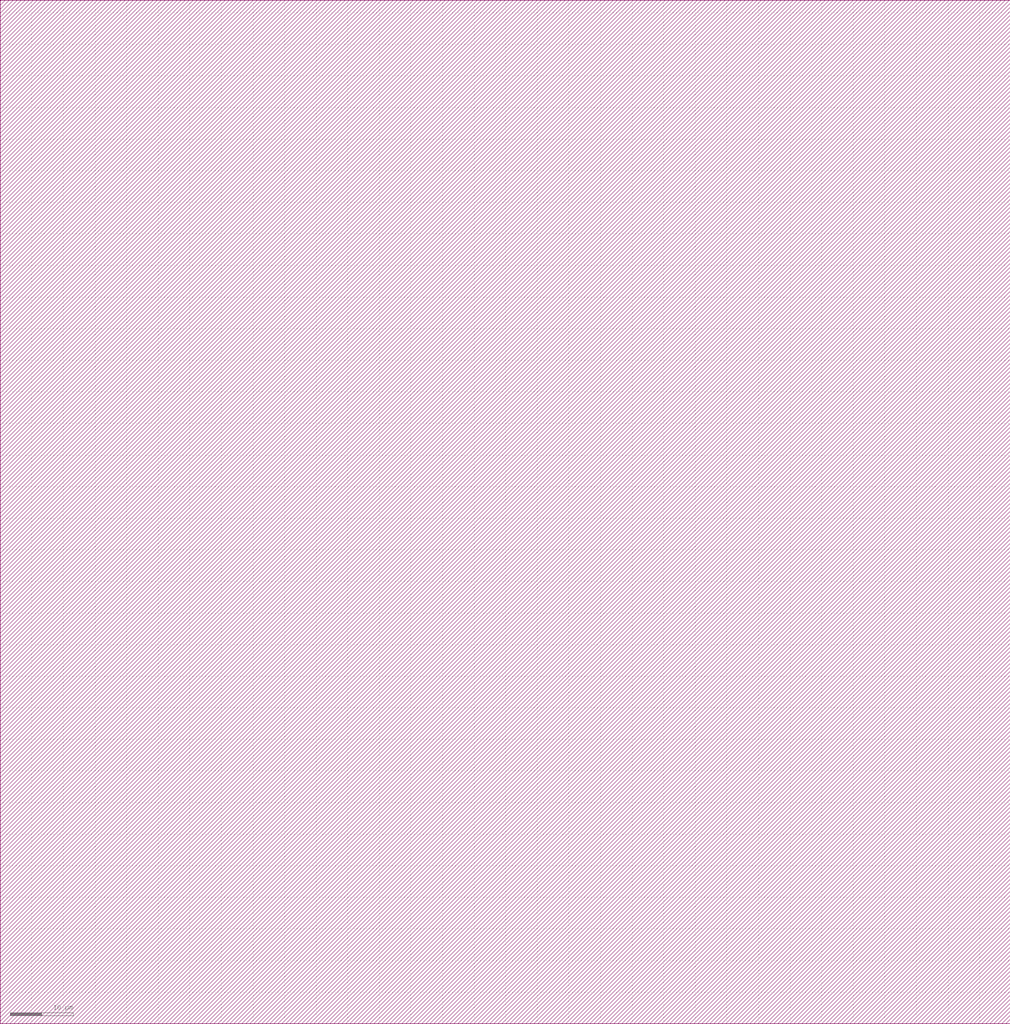
<source format=lef>
VERSION 5.6 ;

BUSBITCHARS "[]" ;

DIVIDERCHAR "/" ;

UNITS
    DATABASE MICRONS 1000 ;
END UNITS

MANUFACTURINGGRID 0.005000 ; 

CLEARANCEMEASURE EUCLIDEAN ; 

USEMINSPACING OBS ON ; 

SITE CoreSite
    CLASS CORE ;
    SIZE 0.540000 BY 0.900000 ;
END CoreSite

LAYER m1
   TYPE ROUTING ;
   DIRECTION VERTICAL ;
   MINWIDTH 0.270000 ;
   WIDTH 0.270000 ;
   SPACINGTABLE
      PARALLELRUNLENGTH 0.0
      WIDTH 0.0 0.270000 ;
   PITCH 0.540000 0.540000 ;
END m1

LAYER v1
    TYPE CUT ;
    SPACING 0.270000 ;
    WIDTH 0.270000 ;
    ENCLOSURE ABOVE 0.090000 0.090000 ;
    ENCLOSURE BELOW 0.090000 0.090000 ;
END v1

LAYER m2
   TYPE ROUTING ;
   DIRECTION HORIZONTAL ;
   MINWIDTH 0.450000 ;
   WIDTH 0.450000 ;
   SPACINGTABLE
      PARALLELRUNLENGTH 0.0
      WIDTH 0.0 0.450000 ;
   PITCH 0.900000 0.900000 ;
END m2

LAYER v2
    TYPE CUT ;
    SPACING 0.270000 ;
    WIDTH 0.270000 ;
    ENCLOSURE ABOVE 0.090000 0.090000 ;
    ENCLOSURE BELOW 0.090000 0.090000 ;
END v2

LAYER m3
   TYPE ROUTING ;
   DIRECTION VERTICAL ;
   MINWIDTH 0.450000 ;
   WIDTH 0.450000 ;
   SPACINGTABLE
      PARALLELRUNLENGTH 0.0
      WIDTH 0.0 0.450000 ;
   PITCH 0.900000 0.900000 ;
END m3

LAYER v3
    TYPE CUT ;
    SPACING 0.270000 ;
    WIDTH 0.270000 ;
    ENCLOSURE ABOVE 0.090000 0.090000 ;
    ENCLOSURE BELOW 0.090000 0.090000 ;
END v3

LAYER m4
   TYPE ROUTING ;
   DIRECTION HORIZONTAL ;
   MINWIDTH 0.450000 ;
   WIDTH 0.450000 ;
   SPACINGTABLE
      PARALLELRUNLENGTH 0.0
      WIDTH 0.0 0.450000 ;
   PITCH 0.900000 0.900000 ;
END m4

LAYER v4
    TYPE CUT ;
    SPACING 0.270000 ;
    WIDTH 0.270000 ;
    ENCLOSURE ABOVE 0.090000 0.090000 ;
    ENCLOSURE BELOW 0.090000 0.090000 ;
END v4

LAYER m5
   TYPE ROUTING ;
   DIRECTION VERTICAL ;
   MINWIDTH 0.450000 ;
   WIDTH 0.450000 ;
   SPACINGTABLE
      PARALLELRUNLENGTH 0.0
      WIDTH 0.0 0.450000 ;
   PITCH 0.900000 0.900000 ;
END m5

LAYER v5
    TYPE CUT ;
    SPACING 0.270000 ;
    WIDTH 0.270000 ;
    ENCLOSURE ABOVE 0.090000 0.090000 ;
    ENCLOSURE BELOW 0.090000 0.090000 ;
END v5

LAYER m6
   TYPE ROUTING ;
   DIRECTION HORIZONTAL ;
   MINWIDTH 0.450000 ;
   WIDTH 0.450000 ;
   SPACINGTABLE
      PARALLELRUNLENGTH 0.0
      WIDTH 0.0 0.450000 ;
   PITCH 0.900000 0.900000 ;
END m6

LAYER OVERLAP
   TYPE OVERLAP ;
END OVERLAP

VIA v1_C DEFAULT
   LAYER m1 ;
     RECT -0.225000 -0.225000 0.225000 0.225000 ;
   LAYER v1 ;
     RECT -0.135000 -0.135000 0.135000 0.135000 ;
   LAYER m2 ;
     RECT -0.225000 -0.225000 0.225000 0.225000 ;
END v1_C

VIA v1_Ch
   LAYER m1 ;
     RECT -0.225000 -0.225000 0.225000 0.225000 ;
   LAYER v1 ;
     RECT -0.135000 -0.135000 0.135000 0.135000 ;
   LAYER m2 ;
     RECT -0.225000 -0.225000 0.225000 0.225000 ;
END v1_Ch

VIA v1_Cv
   LAYER m1 ;
     RECT -0.225000 -0.225000 0.225000 0.225000 ;
   LAYER v1 ;
     RECT -0.135000 -0.135000 0.135000 0.135000 ;
   LAYER m2 ;
     RECT -0.225000 -0.225000 0.225000 0.225000 ;
END v1_Cv

VIA v2_C DEFAULT
   LAYER m2 ;
     RECT -0.225000 -0.225000 0.225000 0.225000 ;
   LAYER v2 ;
     RECT -0.135000 -0.135000 0.135000 0.135000 ;
   LAYER m3 ;
     RECT -0.225000 -0.225000 0.225000 0.225000 ;
END v2_C

VIA v2_Ch
   LAYER m2 ;
     RECT -0.225000 -0.225000 0.225000 0.225000 ;
   LAYER v2 ;
     RECT -0.135000 -0.135000 0.135000 0.135000 ;
   LAYER m3 ;
     RECT -0.225000 -0.225000 0.225000 0.225000 ;
END v2_Ch

VIA v2_Cv
   LAYER m2 ;
     RECT -0.225000 -0.225000 0.225000 0.225000 ;
   LAYER v2 ;
     RECT -0.135000 -0.135000 0.135000 0.135000 ;
   LAYER m3 ;
     RECT -0.225000 -0.225000 0.225000 0.225000 ;
END v2_Cv

VIA v3_C DEFAULT
   LAYER m3 ;
     RECT -0.225000 -0.225000 0.225000 0.225000 ;
   LAYER v3 ;
     RECT -0.135000 -0.135000 0.135000 0.135000 ;
   LAYER m4 ;
     RECT -0.225000 -0.225000 0.225000 0.225000 ;
END v3_C

VIA v3_Ch
   LAYER m3 ;
     RECT -0.225000 -0.225000 0.225000 0.225000 ;
   LAYER v3 ;
     RECT -0.135000 -0.135000 0.135000 0.135000 ;
   LAYER m4 ;
     RECT -0.225000 -0.225000 0.225000 0.225000 ;
END v3_Ch

VIA v3_Cv
   LAYER m3 ;
     RECT -0.225000 -0.225000 0.225000 0.225000 ;
   LAYER v3 ;
     RECT -0.135000 -0.135000 0.135000 0.135000 ;
   LAYER m4 ;
     RECT -0.225000 -0.225000 0.225000 0.225000 ;
END v3_Cv

VIA v4_C DEFAULT
   LAYER m4 ;
     RECT -0.225000 -0.225000 0.225000 0.225000 ;
   LAYER v4 ;
     RECT -0.135000 -0.135000 0.135000 0.135000 ;
   LAYER m5 ;
     RECT -0.225000 -0.225000 0.225000 0.225000 ;
END v4_C

VIA v4_Ch
   LAYER m4 ;
     RECT -0.225000 -0.225000 0.225000 0.225000 ;
   LAYER v4 ;
     RECT -0.135000 -0.135000 0.135000 0.135000 ;
   LAYER m5 ;
     RECT -0.225000 -0.225000 0.225000 0.225000 ;
END v4_Ch

VIA v4_Cv
   LAYER m4 ;
     RECT -0.225000 -0.225000 0.225000 0.225000 ;
   LAYER v4 ;
     RECT -0.135000 -0.135000 0.135000 0.135000 ;
   LAYER m5 ;
     RECT -0.225000 -0.225000 0.225000 0.225000 ;
END v4_Cv

VIA v5_C DEFAULT
   LAYER m5 ;
     RECT -0.225000 -0.225000 0.225000 0.225000 ;
   LAYER v5 ;
     RECT -0.135000 -0.135000 0.135000 0.135000 ;
   LAYER m6 ;
     RECT -0.225000 -0.225000 0.225000 0.225000 ;
END v5_C

VIA v5_Ch
   LAYER m5 ;
     RECT -0.225000 -0.225000 0.225000 0.225000 ;
   LAYER v5 ;
     RECT -0.135000 -0.135000 0.135000 0.135000 ;
   LAYER m6 ;
     RECT -0.225000 -0.225000 0.225000 0.225000 ;
END v5_Ch

VIA v5_Cv
   LAYER m5 ;
     RECT -0.225000 -0.225000 0.225000 0.225000 ;
   LAYER v5 ;
     RECT -0.135000 -0.135000 0.135000 0.135000 ;
   LAYER m6 ;
     RECT -0.225000 -0.225000 0.225000 0.225000 ;
END v5_Cv

MACRO _0_0std_0_0cells_0_0TIELOX1
    CLASS CORE ;
    FOREIGN _0_0std_0_0cells_0_0TIELOX1 0.000000 0.000000 ;
    ORIGIN 0.000000 0.000000 ;
    SIZE 2.700000 BY 4.500000 ;
    SYMMETRY X Y ;
    SITE CoreSite ;
    PIN Y
        DIRECTION OUTPUT ;
        USE SIGNAL ;
        PORT
        LAYER m1 ;
        RECT 1.440000 0.990000 1.800000 1.080000 ;
        RECT 1.440000 0.720000 2.430000 0.810000 ;
        RECT 2.160000 0.540000 2.430000 0.720000 ;
        RECT 1.440000 0.810000 1.530000 0.990000 ;
        RECT 1.530000 0.810000 1.710000 0.990000 ;
        RECT 1.710000 0.810000 2.430000 0.990000 ;
        END
        ANTENNADIFFAREA 0.178200 ;
    END Y
    PIN Vdd
        DIRECTION INPUT ;
        USE POWER ;
        PORT
        LAYER m1 ;
        RECT 0.540000 2.880000 0.810000 3.600000 ;
        RECT 0.540000 2.790000 0.900000 2.880000 ;
        RECT 0.540000 2.610000 0.630000 2.790000 ;
        RECT 0.540000 2.520000 0.900000 2.610000 ;
        RECT 0.630000 2.610000 0.810000 2.790000 ;
        RECT 0.810000 2.610000 0.900000 2.790000 ;
        END
        ANTENNADIFFAREA 0.178200 ;
    END Vdd
    PIN GND
        DIRECTION INPUT ;
        USE GROUND ;
        PORT
        LAYER m1 ;
        RECT 0.540000 1.800000 2.340000 2.070000 ;
        RECT 0.540000 1.080000 0.810000 1.800000 ;
        RECT 0.540000 0.990000 0.900000 1.080000 ;
        RECT 0.540000 0.810000 0.630000 0.990000 ;
        RECT 0.540000 0.720000 0.900000 0.810000 ;
        RECT 0.630000 0.810000 0.810000 0.990000 ;
        RECT 0.810000 0.810000 0.900000 0.990000 ;
        RECT 2.070000 3.330000 2.430000 3.600000 ;
        RECT 2.070000 2.070000 2.340000 3.330000 ;
        END
        ANTENNADIFFAREA 0.178200 ;
    END GND
END _0_0std_0_0cells_0_0TIELOX1

MACRO welltap_svt
    CLASS CORE WELLTAP ;
    FOREIGN welltap_svt 0.000000 0.000000 ;
    ORIGIN 0.000000 0.000000 ;
    SIZE 1.620000 BY 2.700000 ;
    SYMMETRY X Y ;
    SITE CoreSite ;
    PIN Vdd
        DIRECTION INPUT ;
        USE POWER ;
        PORT
        LAYER m1 ;
        RECT 0.540000 1.530000 0.810000 1.710000 ;
        RECT 0.540000 1.350000 0.990000 1.530000 ;
        RECT 0.540000 1.170000 0.630000 1.350000 ;
        RECT 0.540000 1.080000 0.990000 1.170000 ;
        RECT 0.810000 1.170000 0.990000 1.350000 ;
        END
    END Vdd
    PIN GND
        DIRECTION INPUT ;
        USE GROUND ;
        PORT
        LAYER m1 ;
        RECT 0.540000 0.540000 0.990000 0.630000 ;
        RECT 0.540000 0.270000 0.630000 0.540000 ;
        RECT 0.540000 0.180000 0.990000 0.270000 ;
        RECT 0.900000 0.270000 0.990000 0.540000 ;
        END
    END GND
END welltap_svt

MACRO circuitppnp
   CLASS CORE ;
   FOREIGN circuitppnp 0.000000 0.000000 ;
   ORIGIN 0.000000 0.000000 ; 
   SIZE 159.840000 BY 162.000000 ; 
   SYMMETRY X Y ;
   SITE CoreSite ;
END circuitppnp

MACRO circuitwell
   CLASS CORE ;
   FOREIGN circuitwell 0.000000 0.000000 ;
   ORIGIN 0.000000 0.000000 ; 
   SIZE 159.840000 BY 162.000000 ; 
   SYMMETRY X Y ;
   SITE CoreSite ;
END circuitwell


</source>
